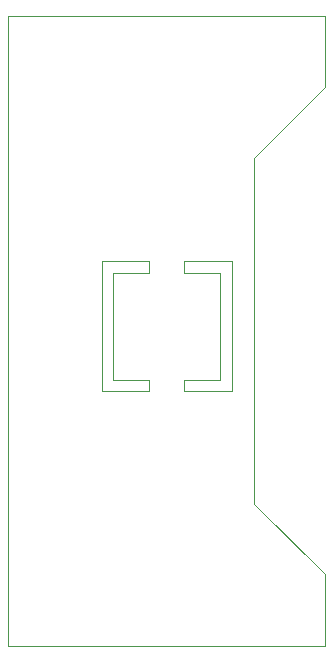
<source format=gbr>
%TF.GenerationSoftware,KiCad,Pcbnew,9.0.0*%
%TF.CreationDate,2025-06-18T18:11:36+02:00*%
%TF.ProjectId,SHT35_Board,53485433-355f-4426-9f61-72642e6b6963,rev?*%
%TF.SameCoordinates,Original*%
%TF.FileFunction,Profile,NP*%
%FSLAX46Y46*%
G04 Gerber Fmt 4.6, Leading zero omitted, Abs format (unit mm)*
G04 Created by KiCad (PCBNEW 9.0.0) date 2025-06-18 18:11:36*
%MOMM*%
%LPD*%
G01*
G04 APERTURE LIST*
%TA.AperFunction,Profile*%
%ADD10C,0.050000*%
%TD*%
G04 APERTURE END LIST*
D10*
X194000000Y-117050000D02*
X194000000Y-111000000D01*
X194000000Y-111000000D02*
X188000000Y-105000000D01*
X186120000Y-95500000D02*
X182120000Y-95500000D01*
X182120000Y-94500000D01*
X185120000Y-94500000D01*
X185120000Y-85500000D01*
X182120000Y-85500000D01*
X182120000Y-84500000D01*
X186120000Y-84500000D01*
X186120000Y-95500000D01*
X167210000Y-63710000D02*
X167210000Y-117050000D01*
X194000000Y-69760000D02*
X188000000Y-75760000D01*
X179120000Y-85500000D02*
X176120000Y-85500000D01*
X176120000Y-94500000D01*
X179120000Y-94500000D01*
X179120000Y-95500000D01*
X175120000Y-95500000D01*
X175120000Y-84500000D01*
X179120000Y-84500000D01*
X179120000Y-85500000D01*
X194000000Y-69760000D02*
X194000000Y-63710000D01*
X188000000Y-75760000D02*
X188000000Y-105000000D01*
X167210000Y-117050000D02*
X194000000Y-117050000D01*
X167210000Y-63710000D02*
X194000000Y-63710000D01*
M02*

</source>
